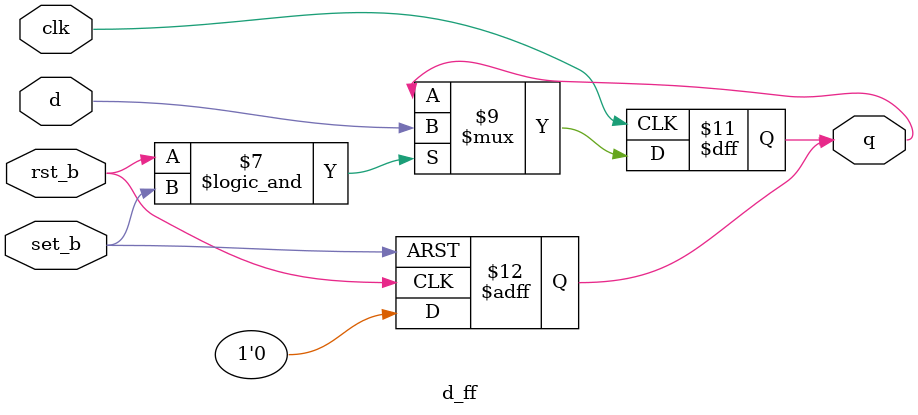
<source format=v>
module d_ff (
    input clk, rst_b, set_b, d,
    output reg q
);

always @(negedge rst_b or negedge set_b)
begin
  if(set_b == 0)
        q = 1;
        else
    if(rst_b == 0)
        q = 0;
end

always @(posedge clk)
begin

    if(rst_b == 1 && set_b == 1)
        q = d;
end

endmodule
</source>
